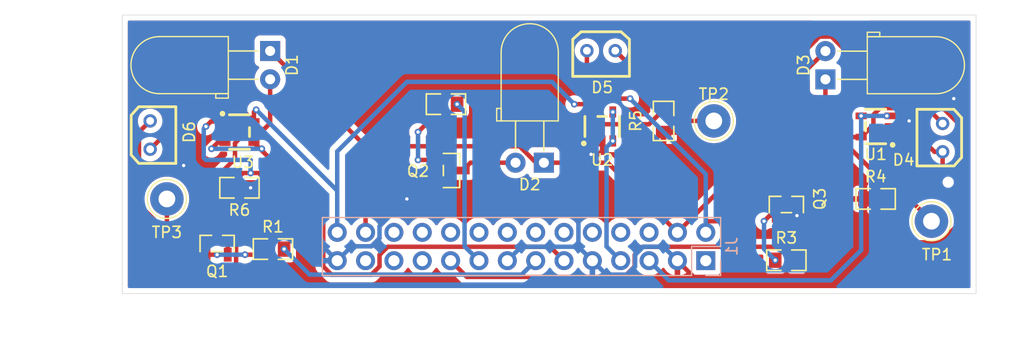
<source format=kicad_pcb>
(kicad_pcb (version 20240108) (generator "pcbnew") (generator_version "8.0")
  (layers (0 "F.Cu" signal) (31 "B.Cu" signal) (34 "B.Paste" user) (35 "F.Paste" user) (36 "B.SilkS" user "B.Silkscreen") (37 "F.SilkS" user "F.Silkscreen") (38 "B.Mask" user) (39 "F.Mask" user) (44 "Edge.Cuts" user))
  (net 0 "")
  (net 1 "BATT")
  (net 2 "Net-(D1-C)")
  (net 3 "Net-(D2-C)")
  (net 4 "Net-(D3-C)")
  (net 5 "Net-(D4-A)")
  (net 6 "+3.3V")
  (net 7 "Net-(D5-A)")
  (net 8 "Net-(D6-A)")
  (net 12 "GND")
  (net 13 "PC4")
  (net 16 "PA6")
  (net 19 "PA4")
  (net 25 "PA5")
  (net 27 "PA3")
  (net 28 "PA7")
  (net 30 "Net-(Q1-B)")
  (net 31 "Net-(Q2-B)")
  (net 32 "Net-(Q3-B)")
  (footprint "3088_projectlib:SENSOR-TH_BPW41N" (layer "F.Cu") (at 156.4 78.5 180)
    (property "Reference" "D5" (at -0.1 -3.5 180) (layer "F.SilkS"))
    (property "Value" "BPW41N")
    (fp_line (start 2.54 0.82) (end 1.78 1.5) (stroke (width 0.25)) (layer "F.SilkS"))
    (fp_line (start 2.54 -2.5) (end 2.54 0.8) (stroke (width 0.25)) (layer "F.SilkS"))
    (fp_line (start 1.78 1.5) (end -1.78 1.5) (stroke (width 0.25)) (layer "F.SilkS"))
    (fp_line (start -2.54 0.82) (end -1.78 1.5) (stroke (width 0.25)) (layer "F.SilkS"))
    (fp_line (start -2.54 0.8) (end -2.54 -2.5) (stroke (width 0.25)) (layer "F.SilkS"))
    (fp_line (start -2.54 -2.5) (end 2.54 -2.5) (stroke (width 0.25)) (layer "F.SilkS"))
    (pad "1" thru_hole circle (at -1.27 -0.2 180) (size 1.2 1.2) (drill 0.700024) (layers "*.Cu" "*.Mask") (net 7 "Net-(D5-A)"))
    (pad "2" thru_hole circle (at 1.27 -0.2 180) (size 1.2 1.2) (drill 0.700024) (layers "*.Cu" "*.Mask") (net 6 "+3.3V"))
  )
  (footprint "3088_projectlib:6.8kresistor" (layer "F.Cu") (at 181 92)
    (property "Reference" "R4" (at 0 -2 0) (layer "F.SilkS"))
    (property "Value" "1M")
    (fp_line (start -1.76 -0.92) (end -0.48 -0.92) (stroke (width 0.15)) (layer "F.SilkS"))
    (fp_line (start -1.76 0.92) (end -1.76 -0.92) (stroke (width 0.15)) (layer "F.SilkS"))
    (fp_line (start -0.48 0.92) (end -1.76 0.92) (stroke (width 0.15)) (layer "F.SilkS"))
    (fp_line (start 0.48 0.92) (end 1.76 0.92) (stroke (width 0.15)) (layer "F.SilkS"))
    (fp_line (start 1.76 -0.92) (end 0.48 -0.92) (stroke (width 0.15)) (layer "F.SilkS"))
    (fp_line (start 1.76 0.92) (end 1.76 -0.92) (stroke (width 0.15)) (layer "F.SilkS"))
    (pad "1" smd rect (at -1 0) (size 1.13 1.38) (layers "F.Cu" "F.Paste" "F.Mask") (net 12 "GND"))
    (pad "2" smd rect (at 1 0) (size 1.13 1.38) (layers "F.Cu" "F.Paste" "F.Mask") (net 5 "Net-(D4-A)"))
  )
  (footprint "3088_projectlib:6.8kresistor" (layer "F.Cu") (at 142.5 83.5 180)
    (property "Reference" "R2" (hide yes))
    (property "Value" "6.8k")
    (fp_line (start 1.76 0.92) (end 1.76 -0.92) (stroke (width 0.15)) (layer "F.SilkS"))
    (fp_line (start 1.76 -0.92) (end 0.48 -0.92) (stroke (width 0.15)) (layer "F.SilkS"))
    (fp_line (start 0.48 0.92) (end 1.76 0.92) (stroke (width 0.15)) (layer "F.SilkS"))
    (fp_line (start -0.48 0.92) (end -1.76 0.92) (stroke (width 0.15)) (layer "F.SilkS"))
    (fp_line (start -1.76 0.92) (end -1.76 -0.92) (stroke (width 0.15)) (layer "F.SilkS"))
    (fp_line (start -1.76 -0.92) (end -0.48 -0.92) (stroke (width 0.15)) (layer "F.SilkS"))
    (pad "1" smd rect (at -1 0 180) (size 1.13 1.38) (layers "F.Cu" "F.Paste" "F.Mask") (net 28 "PA7"))
    (pad "2" smd rect (at 1 0 180) (size 1.13 1.38) (layers "F.Cu" "F.Paste" "F.Mask") (net 31 "Net-(Q2-B)"))
  )
  (footprint "LED_THT:LED_D5.0mm_Horizontal_O3.81mm_Z15.0mm" (layer "F.Cu") (at 126.75 78.725 -90)
    (property "Reference" "D1" (at 1.27 -1.96 90) (layer "F.SilkS"))
    (property "Value" "SFH 4544")
    (fp_line (start 3.83 4.87) (end 3.83 3.75) (stroke (width 0.12)) (layer "F.SilkS"))
    (fp_line (start 4.23 4.87) (end 3.83 4.87) (stroke (width 0.12)) (layer "F.SilkS"))
    (fp_line (start -1.29 3.75) (end -1.29 9.91) (stroke (width 0.12)) (layer "F.SilkS"))
    (fp_line (start -1.29 3.75) (end 3.83 3.75) (stroke (width 0.12)) (layer "F.SilkS"))
    (fp_line (start 0 3.75) (end 0 3.75) (stroke (width 0.12)) (layer "F.SilkS"))
    (fp_line (start 0 3.75) (end 0 1.08) (stroke (width 0.12)) (layer "F.SilkS"))
    (fp_line (start 2.54 3.75) (end 2.54 3.75) (stroke (width 0.12)) (layer "F.SilkS"))
    (fp_line (start 2.54 3.75) (end 2.54 1.08) (stroke (width 0.12)) (layer "F.SilkS"))
    (fp_line (start 3.83 3.75) (end 3.83 9.91) (stroke (width 0.12)) (layer "F.SilkS"))
    (fp_line (start 3.83 3.75) (end 4.23 3.75) (stroke (width 0.12)) (layer "F.SilkS"))
    (fp_line (start 4.23 3.75) (end 4.23 4.87) (stroke (width 0.12)) (layer "F.SilkS"))
    (fp_line (start 0 1.08) (end 0 3.75) (stroke (width 0.12)) (layer "F.SilkS"))
    (fp_line (start 0 1.08) (end 0 1.08) (stroke (width 0.12)) (layer "F.SilkS"))
    (fp_line (start 2.54 1.08) (end 2.54 3.75) (stroke (width 0.12)) (layer "F.SilkS"))
    (fp_line (start 2.54 1.08) (end 2.54 1.08) (stroke (width 0.12)) (layer "F.SilkS"))
    (fp_arc (start 3.83 9.91) (mid 1.27 12.47) (end -1.29 9.91) (stroke (width 0.12)) (layer "F.SilkS"))
    (pad "1" thru_hole rect (at 0 0 270) (size 1.8 1.8) (drill 0.9) (layers "*.Cu" "*.Mask") (net 1 "BATT"))
    (pad "2" thru_hole circle (at 2.54 0 270) (size 1.8 1.8) (drill 0.9) (layers "*.Cu" "*.Mask") (net 2 "Net-(D1-C)"))
  )
  (footprint "3088_projectlib:babytransistor" (layer "F.Cu") (at 173 92.5 -90)
    (property "Reference" "Q3" (at -0.5 -3 90) (layer "F.SilkS"))
    (property "Value" "MMBT2222A_C8512")
    (fp_line (start -0.73 1.53) (end -0.73 0.49) (stroke (width 0.15)) (layer "F.SilkS"))
    (fp_line (start 0.73 1.53) (end -0.73 1.53) (stroke (width 0.15)) (layer "F.SilkS"))
    (fp_line (start 0.73 -0.46) (end 0.73 0.46) (stroke (width 0.15)) (layer "F.SilkS"))
    (fp_line (start -0.73 -1.53) (end -0.73 -0.49) (stroke (width 0.15)) (layer "F.SilkS"))
    (fp_line (start 0.73 -1.53) (end -0.73 -1.53) (stroke (width 0.15)) (layer "F.SilkS"))
    (pad "1" smd rect (at 1 0.95 270) (size 1.25 0.7) (layers "F.Cu" "F.Paste" "F.Mask") (net 32 "Net-(Q3-B)"))
    (pad "2" smd rect (at 1 -0.95 270) (size 1.25 0.7) (layers "F.Cu" "F.Paste" "F.Mask") (net 12 "GND"))
    (pad "3" smd rect (at -1 0 270) (size 1.25 0.7) (layers "F.Cu" "F.Paste" "F.Mask") (net 4 "Net-(D3-C)"))
  )
  (footprint "3088_projectlib:6.8kresistor" (layer "F.Cu") (at 173 97.5 180)
    (property "Reference" "R3" (at 0 2 0) (layer "F.SilkS"))
    (property "Value" "6.8k")
    (fp_line (start 1.76 0.92) (end 1.76 -0.92) (stroke (width 0.15)) (layer "F.SilkS"))
    (fp_line (start 1.76 -0.92) (end 0.48 -0.92) (stroke (width 0.15)) (layer "F.SilkS"))
    (fp_line (start 0.48 0.92) (end 1.76 0.92) (stroke (width 0.15)) (layer "F.SilkS"))
    (fp_line (start -0.48 0.92) (end -1.76 0.92) (stroke (width 0.15)) (layer "F.SilkS"))
    (fp_line (start -1.76 0.92) (end -1.76 -0.92) (stroke (width 0.15)) (layer "F.SilkS"))
    (fp_line (start -1.76 -0.92) (end -0.48 -0.92) (stroke (width 0.15)) (layer "F.SilkS"))
    (pad "1" smd rect (at -1 0 180) (size 1.13 1.38) (layers "F.Cu" "F.Paste" "F.Mask") (net 13 "PC4"))
    (pad "2" smd rect (at 1 0 180) (size 1.13 1.38) (layers "F.Cu" "F.Paste" "F.Mask") (net 32 "Net-(Q3-B)"))
  )
  (footprint "3088_projectlib:6.8kresistor" (layer "F.Cu") (at 127 96.5 180)
    (property "Reference" "R1" (at 0 2 180) (layer "F.SilkS"))
    (property "Value" "6.8k")
    (fp_line (start 1.76 0.92) (end 1.76 -0.92) (stroke (width 0.15)) (layer "F.SilkS"))
    (fp_line (start 1.76 -0.92) (end 0.48 -0.92) (stroke (width 0.15)) (layer "F.SilkS"))
    (fp_line (start 0.48 0.92) (end 1.76 0.92) (stroke (width 0.15)) (layer "F.SilkS"))
    (fp_line (start -0.48 0.92) (end -1.76 0.92) (stroke (width 0.15)) (layer "F.SilkS"))
    (fp_line (start -1.76 0.92) (end -1.76 -0.92) (stroke (width 0.15)) (layer "F.SilkS"))
    (fp_line (start -1.76 -0.92) (end -0.48 -0.92) (stroke (width 0.15)) (layer "F.SilkS"))
    (pad "1" smd rect (at -1 0 180) (size 1.13 1.38) (layers "F.Cu" "F.Paste" "F.Mask") (net 16 "PA6"))
    (pad "2" smd rect (at 1 0 180) (size 1.13 1.38) (layers "F.Cu" "F.Paste" "F.Mask") (net 30 "Net-(Q1-B)"))
  )
  (footprint "TestPoint:TestPoint_THTPad_D3.0mm_Drill1.5mm" (layer "F.Cu") (at 166.5 85)
    (property "Reference" "TP2" (at 0 -2.398 0) (layer "F.SilkS"))
    (property "Value" "TestPoint")
    (fp_circle (center 0 0) (end 0 1.75) (stroke (width 0.12)) (fill none) (layer "F.SilkS"))
    (pad "1" thru_hole circle (at 0 0) (size 3 3) (drill 1.5) (layers "*.Cu" "*.Mask") (net 7 "Net-(D5-A)"))
  )
  (footprint "3088_projectlib:6.8kresistor" (layer "F.Cu") (at 162 85 90)
    (property "Reference" "R5" (at 0 -2.5 -90) (layer "F.SilkS"))
    (property "Value" "1M")
    (fp_line (start 1.76 -0.92) (end 0.48 -0.92) (stroke (width 0.15)) (layer "F.SilkS"))
    (fp_line (start -1.76 -0.92) (end -0.48 -0.92) (stroke (width 0.15)) (layer "F.SilkS"))
    (fp_line (start 1.76 0.92) (end 1.76 -0.92) (stroke (width 0.15)) (layer "F.SilkS"))
    (fp_line (start 0.48 0.92) (end 1.76 0.92) (stroke (width 0.15)) (layer "F.SilkS"))
    (fp_line (start -0.48 0.92) (end -1.76 0.92) (stroke (width 0.15)) (layer "F.SilkS"))
    (fp_line (start -1.76 0.92) (end -1.76 -0.92) (stroke (width 0.15)) (layer "F.SilkS"))
    (pad "1" smd rect (at -1 0 90) (size 1.13 1.38) (layers "F.Cu" "F.Paste" "F.Mask") (net 12 "GND"))
    (pad "2" smd rect (at 1 0 90) (size 1.13 1.38) (layers "F.Cu" "F.Paste" "F.Mask") (net 7 "Net-(D5-A)"))
  )
  (footprint "3088_projectlib:6.8kresistor" (layer "F.Cu") (at 124 91 180)
    (property "Reference" "R6" (at 0 -2 180) (layer "F.SilkS"))
    (property "Value" "1M")
    (fp_line (start 1.76 0.92) (end 1.76 -0.92) (stroke (width 0.15)) (layer "F.SilkS"))
    (fp_line (start 1.76 -0.92) (end 0.48 -0.92) (stroke (width 0.15)) (layer "F.SilkS"))
    (fp_line (start 0.48 0.92) (end 1.76 0.92) (stroke (width 0.15)) (layer "F.SilkS"))
    (fp_line (start -0.48 0.92) (end -1.76 0.92) (stroke (width 0.15)) (layer "F.SilkS"))
    (fp_line (start -1.76 0.92) (end -1.76 -0.92) (stroke (width 0.15)) (layer "F.SilkS"))
    (fp_line (start -1.76 -0.92) (end -0.48 -0.92) (stroke (width 0.15)) (layer "F.SilkS"))
    (pad "1" smd rect (at -1 0 180) (size 1.13 1.38) (layers "F.Cu" "F.Paste" "F.Mask") (net 12 "GND"))
    (pad "2" smd rect (at 1 0 180) (size 1.13 1.38) (layers "F.Cu" "F.Paste" "F.Mask") (net 8 "Net-(D6-A)"))
  )
  (footprint "3088_projectlib:opamp" (layer "F.Cu") (at 124 86 180)
    (property "Reference" "U3" (at -0.3 -2.71 180) (layer "F.SilkS"))
    (property "Value" "LMV321IDBVR")
    (fp_line (start -0.9 1.55) (end 0.9 1.55) (stroke (width 0.25)) (layer "F.SilkS"))
    (fp_line (start -0.9 0.4) (end -0.9 -0.4) (stroke (width 0.25)) (layer "F.SilkS"))
    (fp_line (start -0.9 -1.55) (end 0.9 -1.55) (stroke (width 0.25)) (layer "F.SilkS"))
    (fp_circle (center 1.52 1.65) (end 1.65 1.65) (stroke (width 0.25)) (fill none) (layer "F.SilkS"))
    (pad "1" smd rect (at 1.3 0.95 180) (size 1 0.6) (layers "F.Cu" "F.Paste" "F.Mask") (net 8 "Net-(D6-A)"))
    (pad "2" smd rect (at 1.3 0 180) (size 1 0.6) (layers "F.Cu" "F.Paste" "F.Mask") (net 12 "GND"))
    (pad "3" smd rect (at 1.3 -0.95 180) (size 1 0.6) (layers "F.Cu" "F.Paste" "F.Mask") (net 25 "PA5"))
    (pad "4" smd rect (at -1.3 -0.95 180) (size 1 0.6) (layers "F.Cu" "F.Paste" "F.Mask") (net 25 "PA5"))
    (pad "5" smd rect (at -1.3 0.95 180) (size 1 0.6) (layers "F.Cu" "F.Paste" "F.Mask") (net 6 "+3.3V"))
  )
  (footprint "LED_THT:LED_D5.0mm_Horizontal_O3.81mm_Z15.0mm" (layer "F.Cu") (at 151.275 88.75 180)
    (property "Reference" "D2" (at 1.27 -1.96 180) (layer "F.SilkS"))
    (property "Value" "SFH 4544")
    (fp_line (start 4.23 4.87) (end 3.83 4.87) (stroke (width 0.12)) (layer "F.SilkS"))
    (fp_line (start 4.23 3.75) (end 4.23 4.87) (stroke (width 0.12)) (layer "F.SilkS"))
    (fp_line (start 3.83 4.87) (end 3.83 3.75) (stroke (width 0.12)) (layer "F.SilkS"))
    (fp_line (start 3.83 3.75) (end 4.23 3.75) (stroke (width 0.12)) (layer "F.SilkS"))
    (fp_line (start 3.83 3.75) (end 3.83 9.91) (stroke (width 0.12)) (layer "F.SilkS"))
    (fp_line (start 2.54 3.75) (end 2.54 3.75) (stroke (width 0.12)) (layer "F.SilkS"))
    (fp_line (start 2.54 3.75) (end 2.54 1.08) (stroke (width 0.12)) (layer "F.SilkS"))
    (fp_line (start 2.54 1.08) (end 2.54 3.75) (stroke (width 0.12)) (layer "F.SilkS"))
    (fp_line (start 2.54 1.08) (end 2.54 1.08) (stroke (width 0.12)) (layer "F.SilkS"))
    (fp_line (start 0 3.75) (end 0 3.75) (stroke (width 0.12)) (layer "F.SilkS"))
    (fp_line (start 0 3.75) (end 0 1.08) (stroke (width 0.12)) (layer "F.SilkS"))
    (fp_line (start 0 1.08) (end 0 3.75) (stroke (width 0.12)) (layer "F.SilkS"))
    (fp_line (start 0 1.08) (end 0 1.08) (stroke (width 0.12)) (layer "F.SilkS"))
    (fp_line (start -1.29 3.75) (end 3.83 3.75) (stroke (width 0.12)) (layer "F.SilkS"))
    (fp_line (start -1.29 3.75) (end -1.29 9.91) (stroke (width 0.12)) (layer "F.SilkS"))
    (fp_arc (start 3.83 9.91) (mid 1.27 12.47) (end -1.29 9.91) (stroke (width 0.12)) (layer "F.SilkS"))
    (pad "1" thru_hole rect (at 0 0 180) (size 1.8 1.8) (drill 0.9) (layers "*.Cu" "*.Mask") (net 1 "BATT"))
    (pad "2" thru_hole circle (at 2.54 0 180) (size 1.8 1.8) (drill 0.9) (layers "*.Cu" "*.Mask") (net 3 "Net-(D2-C)"))
  )
  (footprint "3088_projectlib:babytransistor" (layer "F.Cu") (at 143 89.45 180)
    (property "Reference" "Q2" (at 3 -0.05 180) (layer "F.SilkS"))
    (property "Value" "MMBT2222A_C8512")
    (fp_line (start 0.73 1.53) (end -0.73 1.53) (stroke (width 0.15)) (layer "F.SilkS"))
    (fp_line (start 0.73 -0.46) (end 0.73 0.46) (stroke (width 0.15)) (layer "F.SilkS"))
    (fp_line (start 0.73 -1.53) (end -0.73 -1.53) (stroke (width 0.15)) (layer "F.SilkS"))
    (fp_line (start -0.73 1.53) (end -0.73 0.49) (stroke (width 0.15)) (layer "F.SilkS"))
    (fp_line (start -0.73 -1.53) (end -0.73 -0.49) (stroke (width 0.15)) (layer "F.SilkS"))
    (pad "1" smd rect (at 1 0.95 180) (size 1.25 0.7) (layers "F.Cu" "F.Paste" "F.Mask") (net 31 "Net-(Q2-B)"))
    (pad "2" smd rect (at 1 -0.95 180) (size 1.25 0.7) (layers "F.Cu" "F.Paste" "F.Mask") (net 12 "GND"))
    (pad "3" smd rect (at -1 0 180) (size 1.25 0.7) (layers "F.Cu" "F.Paste" "F.Mask") (net 3 "Net-(D2-C)"))
  )
  (footprint "3088_projectlib:SENSOR-TH_BPW41N" (layer "F.Cu") (at 115.8 86.27 -90)
    (property "Reference" "D6" (at -0.27 -3.7 -90) (layer "F.SilkS"))
    (property "Value" "BPW41N")
    (fp_line (start 1.78 1.5) (end -1.78 1.5) (stroke (width 0.25)) (layer "F.SilkS"))
    (fp_line (start -2.54 0.82) (end -1.78 1.5) (stroke (width 0.25)) (layer "F.SilkS"))
    (fp_line (start 2.54 0.82) (end 1.78 1.5) (stroke (width 0.25)) (layer "F.SilkS"))
    (fp_line (start -2.54 0.8) (end -2.54 -2.5) (stroke (width 0.25)) (layer "F.SilkS"))
    (fp_line (start -2.54 -2.5) (end 2.54 -2.5) (stroke (width 0.25)) (layer "F.SilkS"))
    (fp_line (start 2.54 -2.5) (end 2.54 0.8) (stroke (width 0.25)) (layer "F.SilkS"))
    (pad "1" thru_hole circle (at -1.27 -0.2 270) (size 1.2 1.2) (drill 0.700024) (layers "*.Cu" "*.Mask") (net 8 "Net-(D6-A)"))
    (pad "2" thru_hole circle (at 1.27 -0.2 270) (size 1.2 1.2) (drill 0.700024) (layers "*.Cu" "*.Mask") (net 6 "+3.3V"))
  )
  (footprint "3088_projectlib:babytransistor" (layer "F.Cu") (at 122 96 -90)
    (property "Reference" "Q1" (at 2.5 0 180) (layer "F.SilkS"))
    (property "Value" "MMBT2222A_C8512")
    (fp_line (start -0.73 1.53) (end -0.73 0.49) (stroke (width 0.15)) (layer "F.SilkS"))
    (fp_line (start 0.73 1.53) (end -0.73 1.53) (stroke (width 0.15)) (layer "F.SilkS"))
    (fp_line (start 0.73 -0.46) (end 0.73 0.46) (stroke (width 0.15)) (layer "F.SilkS"))
    (fp_line (start -0.73 -1.53) (end -0.73 -0.49) (stroke (width 0.15)) (layer "F.SilkS"))
    (fp_line (start 0.73 -1.53) (end -0.73 -1.53) (stroke (width 0.15)) (layer "F.SilkS"))
    (pad "1" smd rect (at 1 0.95 270) (size 1.25 0.7) (layers "F.Cu" "F.Paste" "F.Mask") (net 30 "Net-(Q1-B)"))
    (pad "2" smd rect (at 1 -0.95 270) (size 1.25 0.7) (layers "F.Cu" "F.Paste" "F.Mask") (net 12 "GND"))
    (pad "3" smd rect (at -1 0 270) (size 1.25 0.7) (layers "F.Cu" "F.Paste" "F.Mask") (net 2 "Net-(D1-C)"))
  )
  (footprint "3088_projectlib:opamp" (layer "F.Cu") (at 156.5 85.5 -90)
    (property "Reference" "U2" (at 3 0 180) (layer "F.SilkS"))
    (property "Value" "LMV321IDBVR")
    (fp_line (start -0.9 1.55) (end 0.9 1.55) (stroke (width 0.25)) (layer "F.SilkS"))
    (fp_line (start -0.9 0.4) (end -0.9 -0.4) (stroke (width 0.25)) (layer "F.SilkS"))
    (fp_line (start -0.9 -1.55) (end 0.9 -1.55) (stroke (width 0.25)) (layer "F.SilkS"))
    (fp_circle (center 1.52 1.65) (end 1.65 1.65) (stroke (width 0.25)) (fill none) (layer "F.SilkS"))
    (pad "1" smd rect (at 1.3 0.95 270) (size 1 0.6) (layers "F.Cu" "F.Paste" "F.Mask") (net 7 "Net-(D5-A)"))
    (pad "2" smd rect (at 1.3 0 270) (size 1 0.6) (layers "F.Cu" "F.Paste" "F.Mask") (net 12 "GND"))
    (pad "3" smd rect (at 1.3 -0.95 270) (size 1 0.6) (layers "F.Cu" "F.Paste" "F.Mask") (net 19 "PA4"))
    (pad "4" smd rect (at -1.3 -0.95 270) (size 1 0.6) (layers "F.Cu" "F.Paste" "F.Mask") (net 19 "PA4"))
    (pad "5" smd rect (at -1.3 0.95 270) (size 1 0.6) (layers "F.Cu" "F.Paste" "F.Mask") (net 6 "+3.3V"))
  )
  (footprint "3088_projectlib:SENSOR-TH_BPW41N" (layer "F.Cu") (at 187.2 86.5 90)
    (property "Reference" "D4" (at -2 -3.7 180) (layer "F.SilkS"))
    (property "Value" "BPW41N")
    (fp_line (start 2.54 -2.5) (end 2.54 0.8) (stroke (width 0.25)) (layer "F.SilkS"))
    (fp_line (start -2.54 -2.5) (end 2.54 -2.5) (stroke (width 0.25)) (layer "F.SilkS"))
    (fp_line (start -2.54 0.8) (end -2.54 -2.5) (stroke (width 0.25)) (layer "F.SilkS"))
    (fp_line (start 2.54 0.82) (end 1.78 1.5) (stroke (width 0.25)) (layer "F.SilkS"))
    (fp_line (start -2.54 0.82) (end -1.78 1.5) (stroke (width 0.25)) (layer "F.SilkS"))
    (fp_line (start 1.78 1.5) (end -1.78 1.5) (stroke (width 0.25)) (layer "F.SilkS"))
    (pad "1" thru_hole circle (at -1.27 -0.2 90) (size 1.2 1.2) (drill 0.700024) (layers "*.Cu" "*.Mask") (net 5 "Net-(D4-A)"))
    (pad "2" thru_hole circle (at 1.27 -0.2 90) (size 1.2 1.2) (drill 0.700024) (layers "*.Cu" "*.Mask") (net 6 "+3.3V"))
  )
  (footprint "TestPoint:TestPoint_THTPad_D3.0mm_Drill1.5mm" (layer "F.Cu") (at 117.5 92)
    (property "Reference" "TP3" (at 0 3 0) (layer "F.SilkS"))
    (property "Value" "TestPoint")
    (fp_circle (center 0 0) (end 0 1.75) (stroke (width 0.12)) (fill none) (layer "F.SilkS"))
    (pad "1" thru_hole circle (at 0 0) (size 3 3) (drill 1.5) (layers "*.Cu" "*.Mask") (net 8 "Net-(D6-A)"))
  )
  (footprint "3088_projectlib:opamp" (layer "F.Cu") (at 181 85.5)
    (property "Reference" "U1" (at 0 2.5 0) (layer "F.SilkS"))
    (property "Value" "LMV321IDBVR")
    (fp_line (start -0.9 -1.55) (end 0.9 -1.55) (stroke (width 0.25)) (layer "F.SilkS"))
    (fp_line (start -0.9 0.4) (end -0.9 -0.4) (stroke (width 0.25)) (layer "F.SilkS"))
    (fp_line (start -0.9 1.55) (end 0.9 1.55) (stroke (width 0.25)) (layer "F.SilkS"))
    (fp_circle (center 1.52 1.65) (end 1.65 1.65) (stroke (width 0.25)) (fill none) (layer "F.SilkS"))
    (pad "1" smd rect (at 1.3 0.95) (size 1 0.6) (layers "F.Cu" "F.Paste" "F.Mask") (net 5 "Net-(D4-A)"))
    (pad "2" smd rect (at 1.3 0) (size 1 0.6) (layers "F.Cu" "F.Paste" "F.Mask") (net 12 "GND"))
    (pad "3" smd rect (at 1.3 -0.95) (size 1 0.6) (layers "F.Cu" "F.Paste" "F.Mask") (net 27 "PA3"))
    (pad "4" smd rect (at -1.3 -0.95) (size 1 0.6) (layers "F.Cu" "F.Paste" "F.Mask") (net 27 "PA3"))
    (pad "5" smd rect (at -1.3 0.95) (size 1 0.6) (layers "F.Cu" "F.Paste" "F.Mask") (net 6 "+3.3V"))
  )
  (footprint "LED_THT:LED_D5.0mm_Horizontal_O3.81mm_Z15.0mm" (layer "F.Cu") (at 176.5 81.275 90)
    (property "Reference" "D3" (at 1.27 -1.96 90) (layer "F.SilkS"))
    (property "Value" "SFH 4544")
    (fp_line (start 2.54 1.08) (end 2.54 1.08) (stroke (width 0.12)) (layer "F.SilkS"))
    (fp_line (start 2.54 1.08) (end 2.54 3.75) (stroke (width 0.12)) (layer "F.SilkS"))
    (fp_line (start 0 1.08) (end 0 1.08) (stroke (width 0.12)) (layer "F.SilkS"))
    (fp_line (start 0 1.08) (end 0 3.75) (stroke (width 0.12)) (layer "F.SilkS"))
    (fp_line (start 4.23 3.75) (end 4.23 4.87) (stroke (width 0.12)) (layer "F.SilkS"))
    (fp_line (start 3.83 3.75) (end 4.23 3.75) (stroke (width 0.12)) (layer "F.SilkS"))
    (fp_line (start 3.83 3.75) (end 3.83 9.91) (stroke (width 0.12)) (layer "F.SilkS"))
    (fp_line (start 2.54 3.75) (end 2.54 1.08) (stroke (width 0.12)) (layer "F.SilkS"))
    (fp_line (start 2.54 3.75) (end 2.54 3.75) (stroke (width 0.12)) (layer "F.SilkS"))
    (fp_line (start 0 3.75) (end 0 1.08) (stroke (width 0.12)) (layer "F.SilkS"))
    (fp_line (start 0 3.75) (end 0 3.75) (stroke (width 0.12)) (layer "F.SilkS"))
    (fp_line (start -1.29 3.75) (end 3.83 3.75) (stroke (width 0.12)) (layer "F.SilkS"))
    (fp_line (start -1.29 3.75) (end -1.29 9.91) (stroke (width 0.12)) (layer "F.SilkS"))
    (fp_line (start 4.23 4.87) (end 3.83 4.87) (stroke (width 0.12)) (layer "F.SilkS"))
    (fp_line (start 3.83 4.87) (end 3.83 3.75) (stroke (width 0.12)) (layer "F.SilkS"))
    (fp_arc (start 3.83 9.91) (mid 1.27 12.47) (end -1.29 9.91) (stroke (width 0.12)) (layer "F.SilkS"))
    (pad "1" thru_hole rect (at 0 0 90) (size 1.8 1.8) (drill 0.9) (layers "*.Cu" "*.Mask") (net 1 "BATT"))
    (pad "2" thru_hole circle (at 2.54 0 90) (size 1.8 1.8) (drill 0.9) (layers "*.Cu" "*.Mask") (net 4 "Net-(D3-C)"))
  )
  (footprint "TestPoint:TestPoint_THTPad_D3.0mm_Drill1.5mm" (layer "F.Cu") (at 186 94)
    (property "Reference" "TP1" (at 0.5 3 0) (layer "F.SilkS"))
    (property "Value" "TestPoint")
    (fp_circle (center 0 0) (end 0 1.75) (stroke (width 0.12)) (fill none) (layer "F.SilkS"))
    (pad "1" thru_hole circle (at 0 0) (size 3 3) (drill 1.5) (layers "*.Cu" "*.Mask") (net 5 "Net-(D4-A)"))
  )
  (footprint "Connector_PinHeader_2.54mm:PinHeader_2x14_P2.54mm_Vertical" (layer "B.Cu") (at 165.78 97.54 90)
    (property "Reference" "J1" (at 1.27 2.33 -90) (layer "B.SilkS") (effects (justify mirror)))
    (property "Value" "Conn_02x14_Odd_Even")
    (fp_line (start 3.87 -34.35) (end -1.33 -34.35) (stroke (width 0.12)) (layer "B.SilkS"))
    (fp_line (start 3.87 -34.35) (end 3.87 1.33) (stroke (width 0.12)) (layer "B.SilkS"))
    (fp_line (start -1.33 -34.35) (end -1.33 -1.27) (stroke (width 0.12)) (layer "B.SilkS"))
    (fp_line (start 1.27 -1.27) (end -1.33 -1.27) (stroke (width 0.12)) (layer "B.SilkS"))
    (fp_line (start 3.87 1.33) (end 1.27 1.33) (stroke (width 0.12)) (layer "B.SilkS"))
    (fp_line (start 1.27 1.33) (end 1.27 -1.27) (stroke (width 0.12)) (layer "B.SilkS"))
    (fp_line (start 0 1.33) (end -1.33 1.33) (stroke (width 0.12)) (layer "B.SilkS"))
    (fp_line (start -1.33 1.33) (end -1.33 0) (stroke (width 0.12)) (layer "B.SilkS"))
    (pad "1" thru_hole rect (at 0 0 90) (size 1.7 1.7) (drill 1) (layers "*.Cu" "*.Mask"))
    (pad "2" thru_hole oval (at 2.54 0 90) (size 1.7 1.7) (drill 1) (layers "*.Cu" "*.Mask") (net 6 "+3.3V"))
    (pad "3" thru_hole oval (at 0 -2.54 90) (size 1.7 1.7) (drill 1) (layers "*.Cu" "*.Mask") (net 12 "GND"))
    (pad "4" thru_hole oval (at 2.54 -2.54 90) (size 1.7 1.7) (drill 1) (layers "*.Cu" "*.Mask") (net 1 "BATT"))
    (pad "5" thru_hole oval (at 0 -5.08 90) (size 1.7 1.7) (drill 1) (layers "*.Cu" "*.Mask") (net 27 "PA3"))
    (pad "6" thru_hole oval (at 2.54 -5.08 90) (size 1.7 1.7) (drill 1) (layers "*.Cu" "*.Mask"))
    (pad "7" thru_hole oval (at 0 -7.62 90) (size 1.7 1.7) (drill 1) (layers "*.Cu" "*.Mask") (net 19 "PA4"))
    (pad "8" thru_hole oval (at 2.54 -7.62 90) (size 1.7 1.7) (drill 1) (layers "*.Cu" "*.Mask"))
    (pad "9" thru_hole oval (at 0 -10.16 90) (size 1.7 1.7) (drill 1) (layers "*.Cu" "*.Mask") (net 12 "GND"))
    (pad "10" thru_hole oval (at 2.54 -10.16 90) (size 1.7 1.7) (drill 1) (layers "*.Cu" "*.Mask"))
    (pad "11" thru_hole oval (at 0 -12.7 90) (size 1.7 1.7) (drill 1) (layers "*.Cu" "*.Mask") (net 25 "PA5"))
    (pad "12" thru_hole oval (at 2.54 -12.7 90) (size 1.7 1.7) (drill 1) (layers "*.Cu" "*.Mask"))
    (pad "13" thru_hole oval (at 0 -15.24 90) (size 1.7 1.7) (drill 1) (layers "*.Cu" "*.Mask") (net 16 "PA6"))
    (pad "14" thru_hole oval (at 2.54 -15.24 90) (size 1.7 1.7) (drill 1) (layers "*.Cu" "*.Mask"))
    (pad "15" thru_hole oval (at 0 -17.78 90) (size 1.7 1.7) (drill 1) (layers "*.Cu" "*.Mask") (net 12 "GND"))
    (pad "16" thru_hole oval (at 2.54 -17.78 90) (size 1.7 1.7) (drill 1) (layers "*.Cu" "*.Mask"))
    (pad "17" thru_hole oval (at 0 -20.32 90) (size 1.7 1.7) (drill 1) (layers "*.Cu" "*.Mask") (net 28 "PA7"))
    (pad "18" thru_hole oval (at 2.54 -20.32 90) (size 1.7 1.7) (drill 1) (layers "*.Cu" "*.Mask"))
    (pad "19" thru_hole oval (at 0 -22.86 90) (size 1.7 1.7) (drill 1) (layers "*.Cu" "*.Mask") (net 13 "PC4"))
    (pad "20" thru_hole oval (at 2.54 -22.86 90) (size 1.7 1.7) (drill 1) (layers "*.Cu" "*.Mask"))
    (pad "21" thru_hole oval (at 0 -25.4 90) (size 1.7 1.7) (drill 1) (layers "*.Cu" "*.Mask"))
    (pad "22" thru_hole oval (at 2.54 -25.4 90) (size 1.7 1.7) (drill 1) (layers "*.Cu" "*.Mask"))
    (pad "23" thru_hole oval (at 0 -27.94 90) (size 1.7 1.7) (drill 1) (layers "*.Cu" "*.Mask"))
    (pad "24" thru_hole oval (at 2.54 -27.94 90) (size 1.7 1.7) (drill 1) (layers "*.Cu" "*.Mask"))
    (pad "25" thru_hole oval (at 0 -30.48 90) (size 1.7 1.7) (drill 1) (layers "*.Cu" "*.Mask"))
    (pad "26" thru_hole oval (at 2.54 -30.48 90) (size 1.7 1.7) (drill 1) (layers "*.Cu" "*.Mask") (net 1 "BATT"))
    (pad "27" thru_hole oval (at 0 -33.02 90) (size 1.7 1.7) (drill 1) (layers "*.Cu" "*.Mask") (net 12 "GND"))
    (pad "28" thru_hole oval (at 2.54 -33.02 90) (size 1.7 1.7) (drill 1) (layers "*.Cu" "*.Mask") (net 6 "+3.3V"))
  )
  (gr_rect (start 187.5 90.5) (end 187.5 90.5) (stroke (width 0.05)) (fill none) (layer "Edge.Cuts"))
  (gr_rect (start 113.5 75.5) (end 190 100.5) (stroke (width 0.05)) (fill none) (layer "Edge.Cuts"))
  (segment (start 188.5 94.187006) (end 186.787006 95.9) (width 0.4) (layer "F.Cu") (net 1))
  (segment (start 163.24 95) (end 156.99 88.75) (width 0.4) (layer "F.Cu") (net 1))
  (segment (start 181.035 93.09) (end 181.035 89.783528) (width 0.4) (layer "F.Cu") (net 1))
  (segment (start 181.035 89.783528) (end 176.5 85.248528) (width 0.4) (layer "F.Cu") (net 1))
  (segment (start 149.098478 87.275) (end 135.3 87.275) (width 0.4) (layer "F.Cu") (net 1))
  (segment (start 180.019214 76.835) (end 188.5 85.315786) (width 0.4) (layer "F.Cu") (net 1))
  (segment (start 126.75 78.725) (end 135.3 87.275) (width 0.4) (layer "F.Cu") (net 1))
  (segment (start 163.24 95) (end 171.65 86.59) (width 0.4) (layer "F.Cu") (net 1))
  (segment (start 171.65 86.59) (end 171.65 80.897994) (width 0.4) (layer "F.Cu") (net 1))
  (segment (start 151.275 88.75) (end 150.573478 88.75) (width 0.4) (layer "F.Cu") (net 1))
  (segment (start 171.65 80.897994) (end 175.712994 76.835) (width 0.4) (layer "F.Cu") (net 1))
  (segment (start 150.573478 88.75) (end 149.098478 87.275) (width 0.4) (layer "F.Cu") (net 1))
  (segment (start 186.787006 95.9) (end 183.845 95.9) (width 0.4) (layer "F.Cu") (net 1))
  (segment (start 176.5 85.248528) (end 176.5 81.275) (width 0.4) (layer "F.Cu") (net 1))
  (segment (start 135.3 87.275) (end 135.3 95) (width 0.4) (layer "F.Cu") (net 1))
  (segment (start 175.712994 76.835) (end 180.019214 76.835) (width 0.4) (layer "F.Cu") (net 1))
  (segment (start 183.845 95.9) (end 181.035 93.09) (width 0.4) (layer "F.Cu") (net 1))
  (segment (start 156.99 88.75) (end 151.275 88.75) (width 0.4) (layer "F.Cu") (net 1))
  (segment (start 188.5 85.315786) (end 188.5 94.187006) (width 0.4) (layer "F.Cu") (net 1))
  (segment (start 123.6 87) (end 123.6 88.4) (width 0.4) (layer "F.Cu") (net 2))
  (segment (start 123.6 88.4) (end 122 90) (width 0.4) (layer "F.Cu") (net 2))
  (segment (start 126.75 81.265) (end 126.75 85.2) (width 0.4) (layer "F.Cu") (net 2))
  (segment (start 126.75 85.2) (end 126.2 85.75) (width 0.4) (layer "F.Cu") (net 2))
  (segment (start 126.2 85.75) (end 124.85 85.75) (width 0.4) (layer "F.Cu") (net 2))
  (segment (start 124.85 85.75) (end 123.6 87) (width 0.4) (layer "F.Cu") (net 2))
  (segment (start 122 90) (end 122 95) (width 0.4) (layer "F.Cu") (net 2))
  (segment (start 148.735 88.75) (end 144.7 88.75) (width 0.4) (layer "F.Cu") (net 3))
  (segment (start 144.7 88.75) (end 144 89.45) (width 0.4) (layer "F.Cu") (net 3))
  (segment (start 173 82.235) (end 173 91.5) (width 0.4) (layer "F.Cu") (net 4))
  (segment (start 176.5 78.735) (end 173 82.235) (width 0.4) (layer "F.Cu") (net 4))
  (segment (start 186.27 87.77) (end 184.95 86.45) (width 0.4) (layer "F.Cu") (net 5))
  (segment (start 187 87.77) (end 186.27 87.77) (width 0.4) (layer "F.Cu") (net 5))
  (segment (start 187 89) (end 184 92) (width 0.4) (layer "F.Cu") (net 5))
  (segment (start 187 87.77) (end 187 89) (width 0.4) (layer "F.Cu") (net 5))
  (segment (start 186 94) (end 184 92) (width 0.4) (layer "F.Cu") (net 5))
  (segment (start 184 92) (end 182 92) (width 0.4) (layer "F.Cu") (net 5))
  (segment (start 184.95 86.45) (end 182.3 86.45) (width 0.4) (layer "F.Cu") (net 5))
  (segment (start 155.13 83.78) (end 155.55 84.2) (width 0.4) (layer "F.Cu") (net 6))
  (segment (start 185.62 83.85) (end 181.4 83.85) (width 0.4) (layer "F.Cu") (net 6))
  (segment (start 177.038478 77.435) (end 178.55 78.946522) (width 0.4) (layer "F.Cu") (net 6))
  (segment (start 172.25 81.146522) (end 175.961522 77.435) (width 0.4) (layer "F.Cu") (net 6))
  (segment (start 180.8 85.35) (end 179.7 86.45) (width 0.4) (layer "F.Cu") (net 6))
  (segment (start 178.55 78.946522) (end 178.55 86.45) (width 0.4) (layer "F.Cu") (net 6))
  (segment (start 154.85 83.5) (end 155.55 84.2) (width 0.4) (layer "F.Cu") (net 6))
  (segment (start 187 85.23) (end 185.62 83.85) (width 0.4) (layer "F.Cu") (net 6))
  (segment (start 119.19 84.35) (end 124.6 84.35) (width 0.4) (layer "F.Cu") (net 6))
  (segment (start 165.78 94) (end 169 94) (width 0.4) (layer "F.Cu") (net 6))
  (segment (start 124.6 84.35) (end 125.3 85.05) (width 0.4) (layer "F.Cu") (net 6))
  (segment (start 125.3 84.2) (end 125.5 84) (width 0.4) (layer "F.Cu") (net 6))
  (segment (start 175.961522 77.435) (end 177.038478 77.435) (width 0.4) (layer "F.Cu") (net 6))
  (segment (start 155.13 78.7) (end 155.13 83.78) (width 0.4) (layer "F.Cu") (net 6))
  (segment (start 125.3 85.05) (end 125.3 84.2) (width 0.4) (layer "F.Cu") (net 6))
  (segment (start 169 94) (end 172.25 90.75) (width 0.4) (layer "F.Cu") (net 6))
  (segment (start 178.55 86.45) (end 179.7 86.45) (width 0.4) (layer "F.Cu") (net 6))
  (segment (start 156.75 83) (end 159 83) (width 0.4) (layer "F.Cu") (net 6))
  (segment (start 116 87.54) (end 119.19 84.35) (width 0.4) (layer "F.Cu") (net 6))
  (segment (start 165.78 95) (end 165.78 94) (width 0.4) (layer "F.Cu") (net 6))
  (segment (start 155.16 84.59) (end 155.55 84.2) (width 0.4) (layer "F.Cu") (net 6))
  (segment (start 172.25 90.75) (end 172.25 81.146522) (width 0.4) (layer "F.Cu") (net 6))
  (segment (start 154 83.5) (end 154.85 83.5) (width 0.4) (layer "F.Cu") (net 6))
  (segment (start 155.55 84.2) (end 156.75 83) (width 0.4) (layer "F.Cu") (net 6))
  (segment (start 180.8 84.45) (end 180.8 85.35) (width 0.4) (layer "F.Cu") (net 6))
  (segment (start 181.4 83.85) (end 180.8 84.45) (width 0.4) (layer "F.Cu") (net 6))
  (via (at 159 83) (size 0.6) (drill 0.3) (layers "F.Cu" "B.Cu") (net 6))
  (via (at 125.5 84) (size 0.6) (drill 0.3) (layers "F.Cu" "B.Cu") (net 6))
  (via (at 154 83.5) (size 0.6) (drill 0.3) (layers "F.Cu" "B.Cu") (net 6))
  (segment (start 125.5 84) (end 132.76 91.26) (width 0.4) (layer "B.Cu") (net 6))
  (segment (start 152 81.5) (end 154 83.5) (width 0.4) (layer "B.Cu") (net 6))
  (segment (start 159 83) (end 165.78 89.78) (width 0.4) (layer "B.Cu") (net 6))
  (segment (start 132.76 91.26) (end 132.76 95) (width 0.4) (layer "B.Cu") (net 6))
  (segment (start 165.78 89.78) (end 165.78 95) (width 0.4) (layer "B.Cu") (net 6))
  (segment (start 132.76 87.74) (end 139 81.5) (width 0.4) (layer "B.Cu") (net 6))
  (segment (start 139 81.5) (end 152 81.5) (width 0.4) (layer "B.Cu") (net 6))
  (segment (start 132.76 91.26) (end 132.76 87.74) (width 0.4) (layer "B.Cu") (net 6))
  (segment (start 160.7 85.3) (end 162 84) (width 0.4) (layer "F.Cu") (net 7))
  (segment (start 155.55 86.15) (end 156.4 85.3) (width 0.4) (layer "F.Cu") (net 7))
  (segment (start 166.5 85) (end 163 85) (width 0.4) (layer "F.Cu") (net 7))
  (segment (start 156.4 85.3) (end 160.7 85.3) (width 0.4) (layer "F.Cu") (net 7))
  (segment (start 157.67 78.7) (end 162 83.03) (width 0.4) (layer "F.Cu") (net 7))
  (segment (start 162 83.03) (end 162 84) (width 0.4) (layer "F.Cu") (net 7))
  (segment (start 155.55 86.8) (end 155.55 86.15) (width 0.4) (layer "F.Cu") (net 7))
  (segment (start 163 85) (end 162 84) (width 0.4) (layer "F.Cu") (net 7))
  (segment (start 125 89.674264) (end 124.325736 89.674264) (width 0.4) (layer "F.Cu") (net 8))
  (segment (start 123.7 98.025) (end 123.7 94.355) (width 0.4) (layer "F.Cu") (net 8))
  (segment (start 124.325736 89.674264) (end 123 91) (width 0.4) (layer "F.Cu") (net 8))
  (segment (start 122.7 85.05) (end 121.45 85.05) (width 0.4) (layer "F.Cu") (net 8))
  (segment (start 125.965 89.91) (end 125.729264 89.674264) (width 0.4) (layer "F.Cu") (net 8))
  (segment (start 121.45 85.05) (end 121 85.5) (width 0.4) (layer "F.Cu") (net 8))
  (segment (start 115 86) (end 116 85) (width 0.4) (layer "F.Cu") (net 8))
  (segment (start 115 92.5) (end 115 86) (width 0.4) (layer "F.Cu") (net 8))
  (segment (start 123 91) (end 122.6 91.4) (width 0.4) (layer "F.Cu") (net 8))
  (segment (start 117.5 95) (end 120.525 98.025) (width 0.4) (layer "F.Cu") (net 8))
  (segment (start 123.7 94.355) (end 125.965 92.09) (width 0.4) (layer "F.Cu") (net 8))
  (segment (start 125.965 92.09) (end 125.965 89.91) (width 0.4) (layer "F.Cu") (net 8))
  (segment (start 117.5 95) (end 115 92.5) (width 0.4) (layer "F.Cu") (net 8))
  (segment (start 125.729264 89.674264) (end 125 89.674264) (width 0.4) (layer "F.Cu") (net 8))
  (segment (start 117.5 92) (end 117.5 95) (width 0.4) (layer "F.Cu") (net 8))
  (segment (start 120.525 98.025) (end 123.7 98.025) (width 0.4) (layer "F.Cu") (net 8))
  (via (at 121 85.5) (size 0.6) (drill 0.3) (layers "F.Cu" "B.Cu") (net 8))
  (via (at 125 89.674264) (size 0.6) (drill 0.3) (layers "F.Cu" "B.Cu") (net 8))
  (segment (start 125 88.5) (end 125 89.674264) (width 0.4) (layer "B.Cu") (net 8))
  (segment (start 121 88.5) (end 125 88.5) (width 0.4) (layer "B.Cu") (net 8))
  (segment (start 120.8 85.7) (end 120.8 88.3) (width 0.4) (layer "B.Cu") (net 8))
  (segment (start 120.8 88.3) (end 121 88.5) (width 0.4) (layer "B.Cu") (net 8))
  (segment (start 121 85.5) (end 120.8 85.7) (width 0.4) (layer "B.Cu") (net 8))
  (segment (start 175.45 92) (end 173.95 93.5) (width 0.4) (layer "F.Cu") (net 12))
  (segment (start 142 90.4) (end 140.6 90.4) (width 0.4) (layer "F.Cu") (net 12))
  (segment (start 122.95 97) (end 122.95 93.05) (width 0.4) (layer "F.Cu") (net 12))
  (segment (start 164.7 99) (end 174.555 99) (width 0.4) (layer "F.Cu") (net 12))
  (segment (start 155.5 88) (end 156.2 88) (width 0.4) (layer "F.Cu") (net 12))
  (segment (start 175 98.555) (end 175 94.55) (width 0.4) (layer "F.Cu") (net 12))
  (segment (start 119 89) (end 122 86) (width 0.4) (layer "F.Cu") (net 12))
  (segment (start 156.2 88) (end 156.5 87.7) (width 0.4) (layer "F.Cu") (net 12))
  (segment (start 122.95 93.05) (end 125 91) (width 0.4) (layer "F.Cu") (net 12))
  (segment (start 180 92) (end 175.45 92) (width 0.4) (layer "F.Cu") (net 12))
  (segment (start 163.24 97.54) (end 164.7 99) (width 0.4) (layer "F.Cu") (net 12))
  (segment (start 183.5 85.5) (end 184 85) (width 0.4) (layer "F.Cu") (net 12))
  (segment (start 174.555 99) (end 175 98.555) (width 0.4) (layer "F.Cu") (net 12))
  (segment (start 122 86) (end 122.7 86) (width 0.4) (layer "F.Cu") (net 12))
  (segment (start 140.6 90.4) (end 139 92) (width 0.4) (layer "F.Cu") (net 12))
  (segment (start 175 94.55) (end 173.95 93.5) (width 0.4) (layer "F.Cu") (net 12))
  (segment (start 182.3 85.5) (end 183.5 85.5) (width 0.4) (layer "F.Cu") (net 12))
  (segment (start 156.5 87.7) (end 156.5 86.8) (width 0.4) (layer "F.Cu") (net 12))
  (via (at 173.95 93.5) (size 0.6) (drill 0.3) (layers "F.Cu" "B.Cu") (net 12))
  (via (at 119 89) (size 0.6) (drill 0.3) (layers "F.Cu" "B.Cu") (net 12))
  (via (at 155.5 88) (size 0.6) (drill 0.3) (layers "F.Cu" "B.Cu") (net 12))
  (via (at 139 92) (size 0.6) (drill 0.3) (layers "F.Cu" "B.Cu") (net 12))
  (via (at 125 91) (size 0.6) (drill 0.3) (layers "F.Cu" "B.Cu") (net 12))
  (via (at 184 85) (size 0.6) (drill 0.3) (layers "F.Cu" "B.Cu") (net 12))
  (via (at 188 83) (size 0.6) (drill 0.3) (layers "F.Cu" "B.Cu") (net 12))
  (segment (start 161.99 96.29) (end 163.24 97.54) (width 0.4) (layer "B.Cu") (net 12))
  (segment (start 160.182233 96.29) (end 161.99 96.29) (width 0.4) (layer "B.Cu") (net 12))
  (segment (start 154.37 89.13) (end 155.5 88) (width 0.4) (layer "B.Cu") (net 12))
  (segment (start 155.62 97.54) (end 154.37 96.29) (width 0.4) (layer "B.Cu") (net 12))
  (segment (start 135.817767 96.25) (end 134.05 96.25) (width 0.4) (layer "B.Cu") (net 12))
  (segment (start 154.37 96.29) (end 154.37 89.13) (width 0.4) (layer "B.Cu") (net 12))
  (segment (start 136.55 95.517767) (end 135.817767 96.25) (width 0.4) (layer "B.Cu") (net 12))
  (segment (start 156.87 98.79) (end 158.717767 98.79) (width 0.4) (layer "B.Cu") (net 12))
  (segment (start 154.37 96.29) (end 149.25 96.29) (width 0.4) (layer "B.Cu") (net 12))
  (segment (start 134.05 96.25) (end 132.76 97.54) (width 0.4) (layer "B.Cu") (net 12))
  (segment (start 159.45 97.022233) (end 160.182233 96.29) (width 0.4) (layer "B.Cu") (net 12))
  (segment (start 125 91) (end 126.22 91) (width 0.4) (layer "B.Cu") (net 12))
  (segment (start 126.22 91) (end 132.76 97.54) (width 0.4) (layer "B.Cu") (net 12))
  (segment (start 158.717767 98.79) (end 159.45 98.057767) (width 0.4) (layer "B.Cu") (net 12))
  (segment (start 139 92) (end 136.55 94.45) (width 0.4) (layer "B.Cu") (net 12))
  (segment (start 155.62 97.54) (end 156.87 98.79) (width 0.4) (layer "B.Cu") (net 12))
  (segment (start 121 91) (end 119 89) (width 0.4) (layer "B.Cu") (net 12))
  (segment (start 125 91) (end 121 91) (width 0.4) (layer "B.Cu") (net 12))
  (segment (start 186 83) (end 188 83) (width 0.4) (layer "B.Cu") (net 12))
  (segment (start 159.45 98.057767) (end 159.45 97.022233) (width 0.4) (layer "B.Cu") (net 12))
  (segment (start 149.25 96.29) (end 148 97.54) (width 0.4) (layer "B.Cu") (net 12))
  (segment (start 136.55 94.45) (end 136.55 95.517767) (width 0.4) (layer "B.Cu") (net 12))
  (segment (start 184 85) (end 186 83) (width 0.4) (layer "B.Cu") (net 12))
  (segment (start 159.41 98.057767) (end 158.467767 99) (width 0.4) (layer "F.Cu") (net 13))
  (segment (start 144.38 99) (end 142.92 97.54) (width 0.4) (layer "F.Cu") (net 13))
  (segment (start 172.79 96.29) (end 160.142233 96.29) (width 0.4) (layer "F.Cu") (net 13))
  (segment (start 158.467767 99) (end 144.38 99) (width 0.4) (layer "F.Cu") (net 13))
  (segment (start 159.41 97.022233) (end 159.41 98.057767) (width 0.4) (layer "F.Cu") (net 13))
  (segment (start 160.142233 96.29) (end 159.41 97.022233) (width 0.4) (layer "F.Cu") (net 13))
  (segment (start 174 97.5) (end 172.79 96.29) (width 0.4) (layer "F.Cu") (net 13))
  (via (at 128 96.5) (size 0.6) (drill 0.3) (layers "F.Cu" "B.Cu") (net 16))
  (segment (start 130.29 98.79) (end 128 96.5) (width 0.4) (layer "B.Cu") (net 16))
  (segment (start 149.29 98.79) (end 130.29 98.79) (width 0.4) (layer "B.Cu") (net 16))
  (segment (start 150.54 97.54) (end 149.29 98.79) (width 0.4) (layer "B.Cu") (net 16))
  (via (at 157.45 84.2) (size 0.6) (drill 0.3) (layers "F.Cu" "B.Cu") (net 19))
  (via (at 157.45 86.8) (size 0.6) (drill 0.3) (layers "F.Cu" "B.Cu") (net 19))
  (segment (start 156.887767 96.267767) (end 156.887767 87.362233) (width 0.4) (layer "B.Cu") (net 19))
  (segment (start 156.887767 87.362233) (end 157.45 86.8) (width 0.4) (layer "B.Cu") (net 19))
  (segment (start 157.45 86.8) (end 157.45 84.2) (width 0.4) (layer "B.Cu") (net 19))
  (segment (start 158.16 97.54) (end 156.887767 96.267767) (width 0.4) (layer "B.Cu") (net 19))
  (segment (start 131.51 98.057767) (end 132.242233 98.79) (width 0.4) (layer "F.Cu") (net 25))
  (segment (start 135.817767 98.79) (end 136.55 98.057767) (width 0.4) (layer "F.Cu") (net 25))
  (segment (start 137.282233 96.29) (end 151.83 96.29) (width 0.4) (layer "F.Cu") (net 25))
  (segment (start 125.3 86.95) (end 126.175 87.825) (width 0.4) (layer "F.Cu") (net 25))
  (segment (start 126 87.65) (end 126.175 87.825) (width 0.4) (layer "F.Cu") (net 25))
  (segment (start 126 87.5) (end 126 87.65) (width 0.4) (layer "F.Cu") (net 25))
  (segment (start 136.55 98.057767) (end 136.55 97.022233) (width 0.4) (layer "F.Cu") (net 25))
  (segment (start 132.242233 98.79) (end 135.817767 98.79) (width 0.4) (layer "F.Cu") (net 25))
  (segment (start 122.7 86.95) (end 122.05 86.95) (width 0.4) (layer "F.Cu") (net 25))
  (segment (start 136.55 97.022233) (end 137.282233 96.29) (width 0.4) (layer "F.Cu") (net 25))
  (segment (start 131.51 93.16) (end 131.51 98.057767) (width 0.4) (layer "F.Cu") (net 25))
  (segment (start 122.05 86.95) (end 121.5 87.5) (width 0.4) (layer "F.Cu") (net 25))
  (segment (start 126.175 87.825) (end 131.51 93.16) (width 0.4) (layer "F.Cu") (net 25))
  (segment (start 151.83 96.29) (end 153.08 97.54) (width 0.4) (layer "F.Cu") (net 25))
  (via (at 121.5 87.5) (size 0.6) (drill 0.3) (layers "F.Cu" "B.Cu") (net 25))
  (via (at 126 87.5) (size 0.6) (drill 0.3) (layers "F.Cu" "B.Cu") (net 25))
  (segment (start 122 87.5) (end 126 87.5) (width 0.4) (layer "B.Cu") (net 25))
  (segment (start 121.5 87.5) (end 122 87.5) (width 0.4) (layer "B.Cu") (net 25))
  (segment (start 182.3 84.55) (end 182 84.55) (width 0.4) (layer "F.Cu") (net 27))
  (via (at 179.7 84.55) (size 0.6) (drill 0.3) (layers "F.Cu" "B.Cu") (net 27))
  (via (at 182 84.55) (size 0.6) (drill 0.3) (layers "F.Cu" "B.Cu") (net 27))
  (segment (start 179.7 96.6) (end 179.7 84.55) (width 0.4) (layer "B.Cu") (net 27))
  (segment (start 160.7 97.54) (end 162.46 99.3) (width 0.4) (layer "B.Cu") (net 27))
  (segment (start 162.46 99.3) (end 177 99.3) (width 0.4) (layer "B.Cu") (net 27))
  (segment (start 177 99.3) (end 179.7 96.6) (width 0.4) (layer "B.Cu") (net 27))
  (segment (start 182 84.55) (end 179.7 84.55) (width 0.4) (layer "B.Cu") (net 27))
  (via (at 143.5 83.5) (size 0.6) (drill 0.3) (layers "F.Cu" "B.Cu") (net 28))
  (segment (start 144.17 96.25) (end 144.17 84.17) (width 0.4) (layer "B.Cu") (net 28))
  (segment (start 144.17 84.17) (end 143.5 83.5) (width 0.4) (layer "B.Cu") (net 28))
  (segment (start 145.46 97.54) (end 144.17 96.25) (width 0.4) (layer "B.Cu") (net 28))
  (segment (start 125.5 97) (end 126 96.5) (width 0.4) (layer "F.Cu") (net 30))
  (segment (start 121.05 97) (end 122 97) (width 0.4) (layer "F.Cu") (net 30))
  (segment (start 124.5 97) (end 125.5 97) (width 0.4) (layer "F.Cu") (net 30))
  (via (at 122 97) (size 0.6) (drill 0.3) (layers "F.Cu" "B.Cu") (net 30))
  (via (at 124.5 97) (size 0.6) (drill 0.3) (layers "F.Cu" "B.Cu") (net 30))
  (segment (start 122 97) (end 124.5 97) (width 0.4) (layer "B.Cu") (net 30))
  (segment (start 141.5 83.5) (end 141.5 84.5) (width 0.4) (layer "F.Cu") (net 31))
  (segment (start 141.5 84.5) (end 140 86) (width 0.4) (layer "F.Cu") (net 31))
  (segment (start 140 88.5) (end 142 88.5) (width 0.4) (layer "F.Cu") (net 31))
  (via (at 140 86) (size 0.6) (drill 0.3) (layers "F.Cu" "B.Cu") (net 31))
  (via (at 140 88.5) (size 0.6) (drill 0.3) (layers "F.Cu" "B.Cu") (net 31))
  (segment (start 140 86) (end 140 88.5) (width 0.4) (layer "B.Cu") (net 31))
  (segment (start 171.5 93.5) (end 171 94) (width 0.4) (layer "F.Cu") (net 32))
  (segment (start 172.05 93.5) (end 171.5 93.5) (width 0.4) (layer "F.Cu") (net 32))
  (via (at 172 97.5) (size 0.6) (drill 0.3) (layers "F.Cu" "B.Cu") (net 32))
  (via (at 171 94) (size 0.6) (drill 0.3) (layers "F.Cu" "B.Cu") (net 32))
  (segment (start 171 96.5) (end 172 97.5) (width 0.4) (layer "B.Cu") (net 32))
  (segment (start 171 94) (end 171 96.5) (width 0.4) (layer "B.Cu") (net 32))
  (zone (net 12) (net_name "GND") (layer "F.Cu") (connect_pads (clearance 0.5)) (min_thickness 0.25) (fill yes (thermal_gap 0.5) (thermal_bridge_width 0.5))
    (polygon (pts (xy 113.5 75.5) (xy 113.5 100.5) (xy 190 100.5) (xy 190 75.5)))
  )
  (zone (net 12) (net_name "GND") (layer "B.Cu") (priority 1) (connect_pads (clearance 0.5)) (min_thickness 0.25) (fill yes (thermal_gap 0.5) (thermal_bridge_width 0.5))
    (polygon (pts (xy 113.5 100.5) (xy 113.5 75.5) (xy 190 75.5) (xy 190 100.5)))
  )
)
</source>
